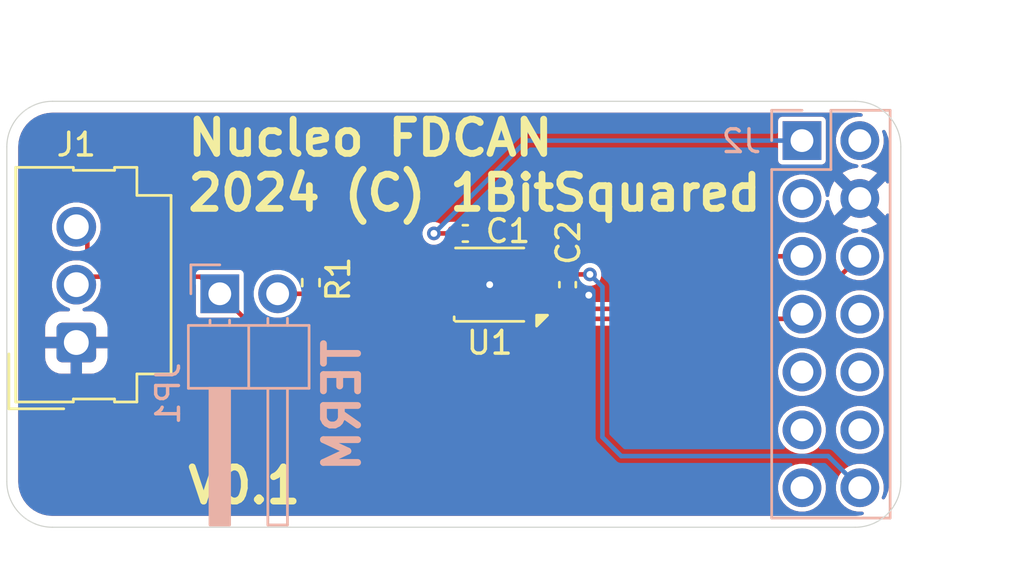
<source format=kicad_pcb>
(kicad_pcb (version 20241229) (generator "pcbnew") (generator_version "9.0")
  (title_block (title "Nucleo FDCAN") (rev "V0.1") (company "1BitSquared") (comment 1 "(C) 1BitSquared") (comment 2 "(C) Piotr Esden-Tempski") (comment 3 "License: CC-BY-SA 4.0"))
  (layers (0 "F.Cu" signal) (2 "B.Cu" signal) (13 "F.Paste" user) (15 "B.Paste" user) (5 "F.SilkS" user "F.Silkscreen") (7 "B.SilkS" user "B.Silkscreen") (1 "F.Mask" user) (3 "B.Mask" user) (25 "Edge.Cuts" user))
  (net 0 "")
  (net 1 "VDD")
  (net 2 "GND")
  (net 3 "+5V")
  (net 4 "/CAN_N")
  (net 5 "/CAN_P")
  (net 13 "Net-(JP1-Pin_2)")
  (net 14 "/STBY")
  (net 15 "/RXD")
  (net 16 "/TXD")
  (footprint "Package_DFN_QFN:DFN-8-1EP_3x3mm_P0.65mm_EP1.55x2.4mm" (layer "F.Cu") (at 75 50 180)
    (property "Reference" "U1" (at 0 -2.55 0) (layer "F.SilkS"))
    (property "Value" "MCP2542FDxMF")
    (fp_line (start 1.56 -1.56) (end 1.56 -1.41) (stroke (width 0.12)) (layer "F.SilkS"))
    (fp_line (start -1.5 1.61) (end 1.5 1.61) (stroke (width 0.12)) (layer "F.SilkS"))
    (fp_line (start -1.5 -1.61) (end 1.5 -1.61) (stroke (width 0.12)) (layer "F.SilkS"))
    (fp_poly (pts (xy -2.06 -1.34) (xy -2.54 -1.34) (xy -2.06 -1.82) (xy -2.06 -1.34)) (stroke (width 0.12)) (fill yes) (layer "F.SilkS"))
    (pad "1" smd rect (at -1.55 -0.975 180) (size 0.65 0.35) (layers "F.Cu" "F.Mask" "F.Paste") (net 16 "/TXD"))
    (pad "2" smd rect (at -1.55 -0.325 180) (size 0.65 0.35) (layers "F.Cu" "F.Mask" "F.Paste") (net 2 "GND"))
    (pad "3" smd rect (at -1.55 0.325 180) (size 0.65 0.35) (layers "F.Cu" "F.Mask" "F.Paste") (net 3 "+5V"))
    (pad "4" smd rect (at -1.55 0.975 180) (size 0.65 0.35) (layers "F.Cu" "F.Mask" "F.Paste") (net 15 "/RXD"))
    (pad "5" smd rect (at 1.55 0.975 180) (size 0.65 0.35) (layers "F.Cu" "F.Mask" "F.Paste") (net 1 "VDD"))
    (pad "6" smd rect (at 1.55 0.325 180) (size 0.65 0.35) (layers "F.Cu" "F.Mask" "F.Paste") (net 4 "/CAN_N"))
    (pad "7" smd rect (at 1.55 -0.325 180) (size 0.65 0.35) (layers "F.Cu" "F.Mask" "F.Paste") (net 5 "/CAN_P"))
    (pad "8" smd rect (at 1.55 -0.975 180) (size 0.65 0.35) (layers "F.Cu" "F.Mask" "F.Paste") (net 14 "/STBY"))
    (pad "9" smd rect (at 0 0 180) (size 1.55 2.4) (layers "F.Cu" "F.Mask") (net 2 "GND"))
  )
  (footprint "Connector_Molex:Molex_SL_171971-0003_1x03_P2.54mm_Vertical" (layer "F.Cu") (at 56.85 52.54 90)
    (property "Reference" "J1" (at 8.69 0 180) (layer "F.SilkS"))
    (property "Value" "Conn_01x03")
    (fp_line (start -2.91 -2.96) (end -0.5 -2.96) (stroke (width 0.12)) (layer "F.SilkS"))
    (fp_line (start 7.69 -2.66) (end -2.61 -2.66) (stroke (width 0.12)) (layer "F.SilkS"))
    (fp_line (start -2.61 -2.66) (end -2.61 -0.13) (stroke (width 0.12)) (layer "F.SilkS"))
    (fp_line (start -2.91 -0.55) (end -2.91 -2.96) (stroke (width 0.12)) (layer "F.SilkS"))
    (fp_line (start 7.69 -0.13) (end 7.69 -2.66) (stroke (width 0.12)) (layer "F.SilkS"))
    (fp_line (start 7.56 -0.13) (end 7.69 -0.13) (stroke (width 0.12)) (layer "F.SilkS"))
    (fp_line (start -2.48 -0.13) (end -2.48 1.68) (stroke (width 0.12)) (layer "F.SilkS"))
    (fp_line (start -2.61 -0.13) (end -2.48 -0.13) (stroke (width 0.12)) (layer "F.SilkS"))
    (fp_line (start 7.69 1.68) (end 7.56 1.68) (stroke (width 0.12)) (layer "F.SilkS"))
    (fp_line (start 7.56 1.68) (end 7.56 -0.13) (stroke (width 0.12)) (layer "F.SilkS"))
    (fp_line (start -2.48 1.68) (end -2.61 1.68) (stroke (width 0.12)) (layer "F.SilkS"))
    (fp_line (start -2.61 1.68) (end -2.61 2.66) (stroke (width 0.12)) (layer "F.SilkS"))
    (fp_line (start 7.69 2.66) (end 7.69 1.68) (stroke (width 0.12)) (layer "F.SilkS"))
    (fp_line (start 6.46 2.66) (end 7.69 2.66) (stroke (width 0.12)) (layer "F.SilkS"))
    (fp_line (start -1.38 2.66) (end -1.38 4.16) (stroke (width 0.12)) (layer "F.SilkS"))
    (fp_line (start -2.61 2.66) (end -1.38 2.66) (stroke (width 0.12)) (layer "F.SilkS"))
    (fp_line (start 6.46 4.16) (end 6.46 2.66) (stroke (width 0.12)) (layer "F.SilkS"))
    (fp_line (start -1.38 4.16) (end 6.46 4.16) (stroke (width 0.12)) (layer "F.SilkS"))
    (pad "1" thru_hole roundrect (at 0 0 90) (size 1.74 1.74) (drill 1.09) (layers "*.Cu" "*.Mask") (roundrect_rratio 0.143678) (net 2 "GND"))
    (pad "2" thru_hole circle (at 2.54 0 90) (size 1.74 1.74) (drill 1.09) (layers "*.Cu" "*.Mask") (net 5 "/CAN_P"))
    (pad "3" thru_hole circle (at 5.08 0 90) (size 1.74 1.74) (drill 1.09) (layers "*.Cu" "*.Mask") (net 4 "/CAN_N"))
  )
  (footprint "Resistor_SMD:R_0402_1005Metric" (layer "F.Cu") (at 67.15 49.91 90)
    (property "Reference" "R1" (at 0.153641 1.2 90) (layer "F.SilkS"))
    (property "Value" "120R")
    (fp_line (start -0.153641 -0.38) (end 0.153641 -0.38) (stroke (width 0.12)) (layer "F.SilkS"))
    (fp_line (start -0.153641 0.38) (end 0.153641 0.38) (stroke (width 0.12)) (layer "F.SilkS"))
    (pad "1" smd roundrect (at -0.51 0 90) (size 0.54 0.64) (layers "F.Cu" "F.Mask" "F.Paste") (net 13 "Net-(JP1-Pin_2)"))
    (pad "2" smd roundrect (at 0.51 0 90) (size 0.54 0.64) (layers "F.Cu" "F.Mask" "F.Paste") (net 4 "/CAN_N"))
  )
  (footprint "Capacitor_SMD:C_0402_1005Metric" (layer "F.Cu") (at 73.93 47.75)
    (property "Reference" "C1" (at 1.87 -0.1 0) (layer "F.SilkS"))
    (property "Value" "100n")
    (fp_line (start -0.107836 -0.36) (end 0.107836 -0.36) (stroke (width 0.12)) (layer "F.SilkS"))
    (fp_line (start -0.107836 0.36) (end 0.107836 0.36) (stroke (width 0.12)) (layer "F.SilkS"))
    (pad "1" smd roundrect (at -0.48 0) (size 0.56 0.62) (layers "F.Cu" "F.Mask" "F.Paste") (net 1 "VDD"))
    (pad "2" smd roundrect (at 0.48 0) (size 0.56 0.62) (layers "F.Cu" "F.Mask" "F.Paste") (net 2 "GND"))
  )
  (footprint "Capacitor_SMD:C_0402_1005Metric" (layer "F.Cu") (at 78.42 50 -90)
    (property "Reference" "C2" (at -1.85 -0.03 90) (layer "F.SilkS"))
    (property "Value" "100n")
    (fp_line (start -0.107836 0.36) (end 0.107836 0.36) (stroke (width 0.12)) (layer "F.SilkS"))
    (fp_line (start -0.107836 -0.36) (end 0.107836 -0.36) (stroke (width 0.12)) (layer "F.SilkS"))
    (pad "1" smd roundrect (at -0.48 0 270) (size 0.56 0.62) (layers "F.Cu" "F.Mask" "F.Paste") (net 3 "+5V"))
    (pad "2" smd roundrect (at 0.48 0 270) (size 0.56 0.62) (layers "F.Cu" "F.Mask" "F.Paste") (net 2 "GND"))
  )
  (footprint "Connector_PinSocket_2.54mm:PinSocket_2x07_P2.54mm_Vertical" (layer "B.Cu") (at 88.71 43.675 180)
    (property "Reference" "J2" (at 2.66 -0.025 0) (layer "B.SilkS") (effects (justify mirror)))
    (property "Value" "Nucleo")
    (fp_line (start 1.33 1.33) (end 1.33 0) (stroke (width 0.12)) (layer "B.SilkS"))
    (fp_line (start 1.33 -1.27) (end 1.33 -16.57) (stroke (width 0.12)) (layer "B.SilkS"))
    (fp_line (start 0 1.33) (end 1.33 1.33) (stroke (width 0.12)) (layer "B.SilkS"))
    (fp_line (start -1.27 1.33) (end -1.27 -1.27) (stroke (width 0.12)) (layer "B.SilkS"))
    (fp_line (start -1.27 -1.27) (end 1.33 -1.27) (stroke (width 0.12)) (layer "B.SilkS"))
    (fp_line (start -3.87 1.33) (end -1.27 1.33) (stroke (width 0.12)) (layer "B.SilkS"))
    (fp_line (start -3.87 1.33) (end -3.87 -16.57) (stroke (width 0.12)) (layer "B.SilkS"))
    (fp_line (start -3.87 -16.57) (end 1.33 -16.57) (stroke (width 0.12)) (layer "B.SilkS"))
    (pad "1" thru_hole rect (at 0 0 180) (size 1.7 1.7) (drill 1) (layers "*.Cu" "*.Mask") (net 1 "VDD"))
    (pad "2" thru_hole circle (at -2.54 0 180) (size 1.7 1.7) (drill 1) (layers "*.Cu" "*.Mask"))
    (pad "3" thru_hole circle (at 0 -2.54 180) (size 1.7 1.7) (drill 1) (layers "*.Cu" "*.Mask"))
    (pad "4" thru_hole circle (at -2.54 -2.54 180) (size 1.7 1.7) (drill 1) (layers "*.Cu" "*.Mask") (net 2 "GND"))
    (pad "5" thru_hole circle (at 0 -5.08 180) (size 1.7 1.7) (drill 1) (layers "*.Cu" "*.Mask") (net 15 "/RXD"))
    (pad "6" thru_hole circle (at -2.54 -5.08 180) (size 1.7 1.7) (drill 1) (layers "*.Cu" "*.Mask") (net 16 "/TXD"))
    (pad "7" thru_hole circle (at 0 -7.62 180) (size 1.7 1.7) (drill 1) (layers "*.Cu" "*.Mask") (net 14 "/STBY"))
    (pad "8" thru_hole circle (at -2.54 -7.62 180) (size 1.7 1.7) (drill 1) (layers "*.Cu" "*.Mask"))
    (pad "9" thru_hole circle (at 0 -10.16 180) (size 1.7 1.7) (drill 1) (layers "*.Cu" "*.Mask"))
    (pad "10" thru_hole circle (at -2.54 -10.16 180) (size 1.7 1.7) (drill 1) (layers "*.Cu" "*.Mask"))
    (pad "11" thru_hole circle (at 0 -12.7 180) (size 1.7 1.7) (drill 1) (layers "*.Cu" "*.Mask"))
    (pad "12" thru_hole circle (at -2.54 -12.7 180) (size 1.7 1.7) (drill 1) (layers "*.Cu" "*.Mask"))
    (pad "13" thru_hole circle (at 0 -15.24 180) (size 1.7 1.7) (drill 1) (layers "*.Cu" "*.Mask"))
    (pad "14" thru_hole circle (at -2.54 -15.24 180) (size 1.7 1.7) (drill 1) (layers "*.Cu" "*.Mask") (net 3 "+5V"))
  )
  (footprint "Connector_PinHeader_2.54mm:PinHeader_1x02_P2.54mm_Horizontal" (layer "B.Cu") (at 63.15 50.4 -90)
    (property "Reference" "JP1" (at 4.385 2.27 90) (layer "B.SilkS") (effects (justify mirror)))
    (property "Value" "Conn_01x02")
    (fp_line (start 1.39 1.38) (end 1.39 -3.92) (stroke (width 0.12)) (layer "B.SilkS"))
    (fp_line (start 4.15 1.38) (end 1.39 1.38) (stroke (width 0.12)) (layer "B.SilkS"))
    (fp_line (start -1.27 1.27) (end 0 1.27) (stroke (width 0.12)) (layer "B.SilkS"))
    (fp_line (start 1.16 0.43) (end 1.39 0.43) (stroke (width 0.12)) (layer "B.SilkS"))
    (fp_line (start -1.27 0) (end -1.27 1.27) (stroke (width 0.12)) (layer "B.SilkS"))
    (fp_line (start 1.16 -0.43) (end 1.39 -0.43) (stroke (width 0.12)) (layer "B.SilkS"))
    (fp_line (start 1.39 -1.27) (end 4.15 -1.27) (stroke (width 0.12)) (layer "B.SilkS"))
    (fp_line (start 1.077358 -2.11) (end 1.39 -2.11) (stroke (width 0.12)) (layer "B.SilkS"))
    (fp_line (start 4.15 -2.11) (end 10.15 -2.11) (stroke (width 0.12)) (layer "B.SilkS"))
    (fp_line (start 10.15 -2.11) (end 10.15 -2.97) (stroke (width 0.12)) (layer "B.SilkS"))
    (fp_line (start 1.077358 -2.97) (end 1.39 -2.97) (stroke (width 0.12)) (layer "B.SilkS"))
    (fp_line (start 10.15 -2.97) (end 4.15 -2.97) (stroke (width 0.12)) (layer "B.SilkS"))
    (fp_line (start 1.39 -3.92) (end 4.15 -3.92) (stroke (width 0.12)) (layer "B.SilkS"))
    (fp_line (start 4.15 -3.92) (end 4.15 1.38) (stroke (width 0.12)) (layer "B.SilkS"))
    (fp_rect (start 4.15 0.43) (end 10.15 -0.43) (stroke (width 0.12)) (fill yes) (layer "B.SilkS"))
    (pad "1" thru_hole rect (at 0 0 270) (size 1.7 1.7) (drill 1) (layers "*.Cu" "*.Mask") (net 5 "/CAN_P"))
    (pad "2" thru_hole circle (at 0 -2.54 270) (size 1.7 1.7) (drill 1) (layers "*.Cu" "*.Mask") (net 13 "Net-(JP1-Pin_2)"))
  )
  (gr_line (start 93.05 43.95) (end 93.05 58.65) (stroke (width 0.05)) (layer "Edge.Cuts"))
  (gr_line (start 53.8 58.65) (end 53.8 43.95) (stroke (width 0.05)) (layer "Edge.Cuts"))
  (gr_arc (start 53.8 43.95) (mid 54.385786 42.535786) (end 55.8 41.95) (stroke (width 0.05)) (layer "Edge.Cuts"))
  (gr_line (start 91.05 60.65) (end 55.8 60.65) (stroke (width 0.05)) (layer "Edge.Cuts"))
  (gr_arc (start 93.05 58.65) (mid 92.464214 60.064214) (end 91.05 60.65) (stroke (width 0.05)) (layer "Edge.Cuts"))
  (gr_arc (start 55.8 60.65) (mid 54.385786 60.064214) (end 53.8 58.65) (stroke (width 0.05)) (layer "Edge.Cuts"))
  (gr_arc (start 91.05 41.95) (mid 92.464214 42.535786) (end 93.05 43.95) (stroke (width 0.05)) (layer "Edge.Cuts"))
  (gr_line (start 55.8 41.95) (end 91.05 41.95) (stroke (width 0.05)) (layer "Edge.Cuts"))
  (gr_text "V0.1" (at 61.6 59.7 0) (layer "F.SilkS") (effects (font (size 1.5 1.5) (thickness 0.3) (bold yes)) (justify left bottom)))
  (gr_text "Nucleo FDCAN\n2024 (C) 1BitSquared" (at 61.6 46.85 0) (layer "F.SilkS") (effects (font (size 1.5 1.5) (thickness 0.3) (bold yes)) (justify left bottom)))
  (gr_text "TERM" (at 69.4 52.25 90) (layer "B.SilkS") (effects (font (size 1.5 1.5) (thickness 0.3) (bold yes)) (justify left bottom mirror)))
  (segment (start 72.55 47.75) (end 73.45 47.75) (width 0.2) (layer "F.Cu") (net 1))
  (segment (start 73.45 49.025) (end 73.45 47.75) (width 0.2) (layer "F.Cu") (net 1))
  (via (at 72.55 47.75) (size 0.6) (drill 0.3) (layers "F.Cu" "B.Cu") (net 1))
  (segment (start 88.71 43.675) (end 76.625 43.675) (width 0.2) (layer "B.Cu") (net 1))
  (segment (start 76.625 43.675) (end 72.55 47.75) (width 0.2) (layer "B.Cu") (net 1))
  (segment (start 75 50) (end 75 49.8) (width 0.2) (layer "F.Cu") (net 2))
  (segment (start 79.331 50.48) (end 79.35 50.461) (width 0.2) (layer "F.Cu") (net 2))
  (segment (start 76.55 50.325) (end 75.325 50.325) (width 0.2) (layer "F.Cu") (net 2))
  (segment (start 78.265 50.325) (end 78.42 50.48) (width 0.2) (layer "F.Cu") (net 2))
  (segment (start 78.42 50.48) (end 79.331 50.48) (width 0.2) (layer "F.Cu") (net 2))
  (segment (start 75 49.8) (end 74.41 49.21) (width 0.2) (layer "F.Cu") (net 2))
  (segment (start 76.55 50.325) (end 78.265 50.325) (width 0.2) (layer "F.Cu") (net 2))
  (segment (start 75.325 50.325) (end 75 50) (width 0.2) (layer "F.Cu") (net 2))
  (segment (start 74.41 49.21) (end 74.41 47.75) (width 0.2) (layer "F.Cu") (net 2))
  (via (at 79.35 50.461) (size 0.6) (drill 0.3) (layers "F.Cu" "B.Cu") (net 2))
  (via (at 75 50) (size 0.6) (drill 0.3) (layers "F.Cu" "B.Cu") (net 2))
  (segment (start 78.45 49.55) (end 78.42 49.52) (width 0.2) (layer "F.Cu") (net 3))
  (segment (start 76.55 49.675) (end 78.265 49.675) (width 0.2) (layer "F.Cu") (net 3))
  (segment (start 78.265 49.675) (end 78.42 49.52) (width 0.2) (layer "F.Cu") (net 3))
  (segment (start 79.4 49.55) (end 78.45 49.55) (width 0.2) (layer "F.Cu") (net 3))
  (via (at 79.4 49.55) (size 0.6) (drill 0.3) (layers "F.Cu" "B.Cu") (net 3))
  (segment (start 79.95 50.1) (end 79.4 49.55) (width 0.2) (layer "B.Cu") (net 3))
  (segment (start 80.776 57.526) (end 79.95 56.7) (width 0.2) (layer "B.Cu") (net 3))
  (segment (start 89.861 57.526) (end 80.776 57.526) (width 0.2) (layer "B.Cu") (net 3))
  (segment (start 79.95 56.7) (end 79.95 50.1) (width 0.2) (layer "B.Cu") (net 3))
  (segment (start 91.25 58.915) (end 89.861 57.526) (width 0.2) (layer "B.Cu") (net 3))
  (segment (start 72.962499 49.675) (end 72.862499 49.775) (width 0.2) (layer "F.Cu") (net 4))
  (segment (start 57.335045 48.829) (end 57.335045 47.945045) (width 0.2) (layer "F.Cu") (net 4))
  (segment (start 67.15 49.4) (end 67.496705 49.4) (width 0.2) (layer "F.Cu") (net 4))
  (segment (start 67.496705 49.4) (end 67.871705 49.775) (width 0.2) (layer "F.Cu") (net 4))
  (segment (start 66.999 49.249) (end 57.755045 49.249) (width 0.2) (layer "F.Cu") (net 4))
  (segment (start 67.15 49.4) (end 66.999 49.249) (width 0.2) (layer "F.Cu") (net 4))
  (segment (start 57.335045 47.945045) (end 56.85 47.46) (width 0.2) (layer "F.Cu") (net 4))
  (segment (start 73.45 49.675) (end 72.962499 49.675) (width 0.2) (layer "F.Cu") (net 4))
  (segment (start 57.755045 49.249) (end 57.335045 48.829) (width 0.2) (layer "F.Cu") (net 4))
  (segment (start 72.862499 49.775) (end 67.871705 49.775) (width 0.2) (layer "F.Cu") (net 4))
  (segment (start 67.871705 50.638635) (end 66.95934 51.551) (width 0.2) (layer "F.Cu") (net 5))
  (segment (start 72.962499 50.325) (end 72.862499 50.225) (width 0.2) (layer "F.Cu") (net 5))
  (segment (start 63.05 50.4) (end 62.3 49.65) (width 0.2) (layer "F.Cu") (net 5))
  (segment (start 72.862499 50.225) (end 67.871705 50.225) (width 0.2) (layer "F.Cu") (net 5))
  (segment (start 57.2 49.65) (end 56.85 50) (width 0.2) (layer "F.Cu") (net 5))
  (segment (start 73.45 50.325) (end 72.962499 50.325) (width 0.2) (layer "F.Cu") (net 5))
  (segment (start 64.301 51.551) (end 63.15 50.4) (width 0.2) (layer "F.Cu") (net 5))
  (segment (start 62.3 49.65) (end 57.2 49.65) (width 0.2) (layer "F.Cu") (net 5))
  (segment (start 67.871705 50.225) (end 67.871705 50.638635) (width 0.2) (layer "F.Cu") (net 5))
  (segment (start 66.95934 51.551) (end 64.301 51.551) (width 0.2) (layer "F.Cu") (net 5))
  (segment (start 63.15 50.4) (end 63.05 50.4) (width 0.2) (layer "F.Cu") (net 5))
  (segment (start 65.69 50.4) (end 67.13 50.4) (width 0.2) (layer "F.Cu") (net 13))
  (segment (start 67.13 50.4) (end 67.15 50.42) (width 0.2) (layer "F.Cu") (net 13))
  (segment (start 73.976 51.501) (end 88.504 51.501) (width 0.2) (layer "F.Cu") (net 14))
  (segment (start 88.504 51.501) (end 88.71 51.295) (width 0.2) (layer "F.Cu") (net 14))
  (segment (start 73.45 50.975) (end 73.976 51.501) (width 0.2) (layer "F.Cu") (net 14))
  (segment (start 76.82 48.755) (end 88.71 48.755) (width 0.2) (layer "F.Cu") (net 15))
  (segment (start 76.55 49.025) (end 76.82 48.755) (width 0.2) (layer "F.Cu") (net 15))
  (segment (start 87.239 51.061) (end 88.25 50.05) (width 0.2) (layer "F.Cu") (net 16))
  (segment (start 76.636 51.061) (end 87.239 51.061) (width 0.2) (layer "F.Cu") (net 16))
  (segment (start 88.25 50.05) (end 89.955 50.05) (width 0.2) (layer "F.Cu") (net 16))
  (segment (start 89.955 50.05) (end 91.25 48.755) (width 0.2) (layer "F.Cu") (net 16))
  (segment (start 76.55 50.975) (end 76.636 51.061) (width 0.2) (layer "F.Cu") (net 16))
  (zone (net 2) (net_name "GND") (layers "F.Cu" "B.Cu") (connect_pads (clearance 0.2)) (min_thickness 0.15) (fill yes (thermal_gap 0.5) (thermal_bridge_width 0.5))
    (polygon (pts (xy 53.5 41.5) (xy 93.5 41.5) (xy 93.5 61) (xy 53.5 61)))
  )
)
</source>
